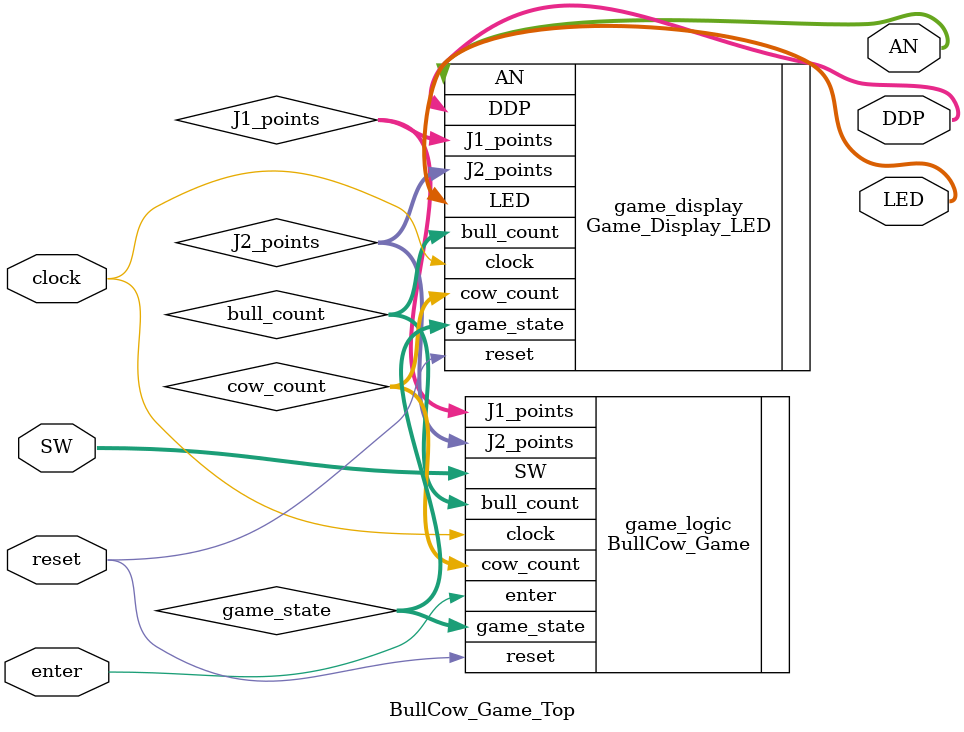
<source format=sv>
module BullCow_Game_Top (
    input logic clock,
    input logic reset,
    input logic enter,
    input logic [15:0] SW,

    output logic [7:0] AN,
    output logic [7:0] DDP,
    output logic [15:0] LED
);

        // Sinais internos
    logic [7:0] J1_points;
    logic [7:0] J2_points;
    logic [2:0] cow_count;
    logic [2:0] bull_count;
	logic [2:0] game_state;

        // Instacia os módulos
    BullCow_Game game_logic (
        .clock(clock),
        .reset(reset),
        .enter(enter),
        .SW(SW),
        .J1_points(J1_points),
        .J2_points(J2_points),
        .cow_count(cow_count),
        .bull_count(bull_count),
        .game_state(game_state)
    );

    Game_Display_LED game_display (
        .clock(clock),
        .reset(reset),
        .AN(AN),
        .DDP(DDP),
        .LED(LED),
        .J1_points(J1_points),
        .J2_points(J2_points),
        .cow_count(cow_count),
        .bull_count(bull_count),
        .game_state(game_state)
    );
    
endmodule
</source>
